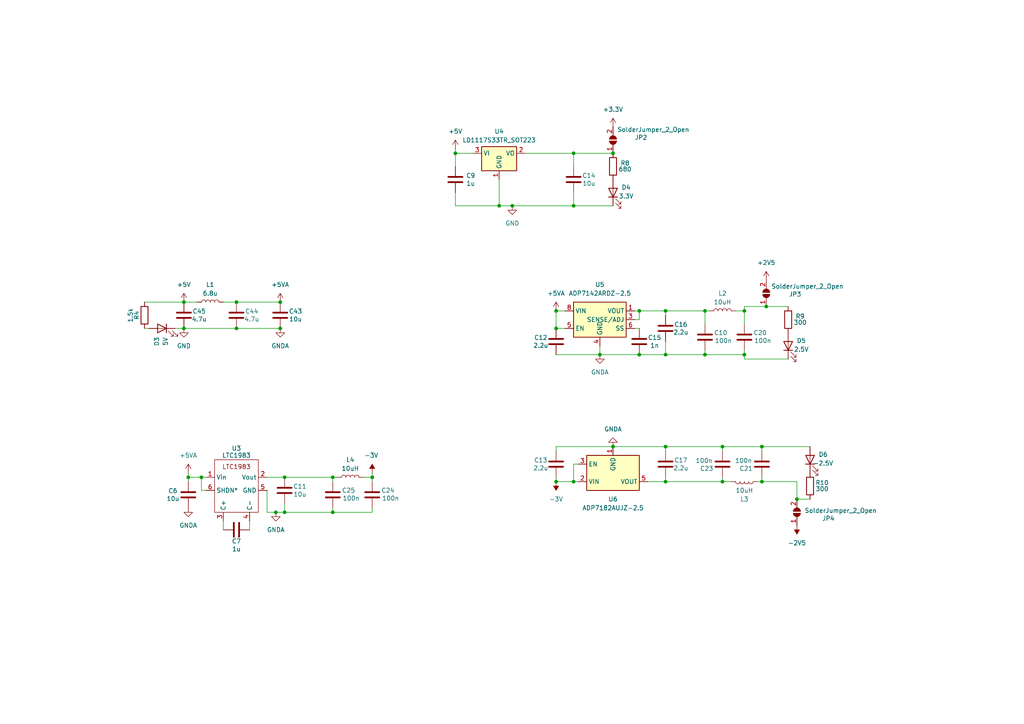
<source format=kicad_sch>
(kicad_sch (version 20231120) (generator "eeschema") (generator_version "8.0")
  (paper "A4")
  (lib_symbols
    (symbol "Device:C" (pin_numbers hide) (pin_names (offset 0.254))
      (property "Reference" "C" (at 0.635 2.54 0))
      (property "Value" "C" (at 0.635 -2.54 0))
      (symbol "C_0_1"
        (polyline (pts (xy -2.032 -0.762) (xy 2.032 -0.762)) (stroke (width 0.508)))
        (polyline (pts (xy -2.032 0.762) (xy 2.032 0.762)) (stroke (width 0.508)))
      )
      (symbol "C_1_1"
        (pin passive line (at 0 3.81 270) (length 2.794) (name "~") (number "1"))
        (pin passive line (at 0 -3.81 90) (length 2.794) (name "~") (number "2"))
      )
    )
    (symbol "Device:L" (pin_numbers hide) (pin_names (offset 1.016) hide)
      (property "Reference" "L" (at -1.27 0 90))
      (property "Value" "L" (at 1.905 0 90))
      (symbol "L_0_1"
        (arc (start 0 -2.54) (mid 0.6323 -1.905) (end 0 -1.27))
        (arc (start 0 -1.27) (mid 0.6323 -0.635) (end 0 0))
        (arc (start 0 0) (mid 0.6323 0.635) (end 0 1.27))
        (arc (start 0 1.27) (mid 0.6323 1.905) (end 0 2.54))
      )
      (symbol "L_1_1"
        (pin passive line (at 0 3.81 270) (length 1.27) (name "1") (number "1"))
        (pin passive line (at 0 -3.81 90) (length 1.27) (name "2") (number "2"))
      )
    )
    (symbol "Device:LED" (pin_numbers hide) (pin_names (offset 1.016) hide)
      (property "Reference" "D" (at 0 2.54 0))
      (property "Value" "LED" (at 0 -2.54 0))
      (symbol "LED_0_1"
        (polyline (pts (xy -1.27 -1.27) (xy -1.27 1.27)) (stroke (width 0.254)))
        (polyline (pts (xy -1.27 0) (xy 1.27 0)))
        (polyline (pts (xy 1.27 -1.27) (xy 1.27 1.27) (xy -1.27 0) (xy 1.27 -1.27)) (stroke (width 0.254)))
        (polyline (pts (xy -3.048 -0.762) (xy -4.572 -2.286) (xy -3.81 -2.286) (xy -4.572 -2.286) (xy -4.572 -1.524)))
        (polyline (pts (xy -1.778 -0.762) (xy -3.302 -2.286) (xy -2.54 -2.286) (xy -3.302 -2.286) (xy -3.302 -1.524)))
      )
      (symbol "LED_1_1"
        (pin passive line (at -3.81 0 0) (length 2.54) (name "K") (number "1"))
        (pin passive line (at 3.81 0 180) (length 2.54) (name "A") (number "2"))
      )
    )
    (symbol "Device:R" (pin_numbers hide) (pin_names (offset 0))
      (property "Reference" "R" (at 2.032 0 90))
      (property "Value" "R" (at 0 0 90))
      (symbol "R_0_1"
        (rectangle (start -1.016 -2.54) (end 1.016 2.54) (stroke (width 0.254)))
      )
      (symbol "R_1_1"
        (pin passive line (at 0 3.81 270) (length 1.27) (name "~") (number "1"))
        (pin passive line (at 0 -3.81 90) (length 1.27) (name "~") (number "2"))
      )
    )
    (symbol "Jumper:SolderJumper_2_Open" (pin_names (offset 0) hide)
      (property "Reference" "JP" (at 0 2.032 0))
      (property "Value" "SolderJumper_2_Open" (at 0 -2.54 0))
      (symbol "SolderJumper_2_Open_0_1"
        (arc (start -0.254 1.016) (mid -1.2656 0) (end -0.254 -1.016))
        (arc (start -0.254 1.016) (mid -1.2656 0) (end -0.254 -1.016) (fill (type outline)))
        (polyline (pts (xy -0.254 1.016) (xy -0.254 -1.016)))
        (polyline (pts (xy 0.254 1.016) (xy 0.254 -1.016)))
        (arc (start 0.254 -1.016) (mid 1.2656 0) (end 0.254 1.016))
        (arc (start 0.254 -1.016) (mid 1.2656 0) (end 0.254 1.016) (fill (type outline)))
      )
      (symbol "SolderJumper_2_Open_1_1"
        (pin passive line (at -3.81 0 0) (length 2.54) (name "A") (number "1"))
        (pin passive line (at 3.81 0 180) (length 2.54) (name "B") (number "2"))
      )
    )
    (symbol "Regulator_Linear:ADP7142ARDZ-2.5"
      (property "Reference" "U" (at 0 8.89 0))
      (property "Value" "ADP7142ARDZ-2.5" (at 0 6.35 0))
      (symbol "ADP7142ARDZ-2.5_0_1"
        (rectangle (start -7.62 5.08) (end 7.62 -5.08) (stroke (width 0.254)) (fill (type background)))
      )
      (symbol "ADP7142ARDZ-2.5_1_1"
        (pin power_out line (at 10.16 2.54 180) (length 2.54) (name "VOUT") (number "1"))
        (pin passive line (at 10.16 2.54 180) (length 2.54) hide (name "VOUT") (number "2"))
        (pin input line (at 10.16 0 180) (length 2.54) (name "SENSE/ADJ") (number "3"))
        (pin power_in line (at 0 -7.62 90) (length 2.54) (name "GND") (number "4"))
        (pin input line (at -10.16 -2.54 0) (length 2.54) (name "EN") (number "5"))
        (pin passive line (at 10.16 -2.54 180) (length 2.54) (name "SS") (number "6"))
        (pin passive line (at -10.16 2.54 0) (length 2.54) hide (name "VIN") (number "7"))
        (pin power_in line (at -10.16 2.54 0) (length 2.54) (name "VIN") (number "8"))
        (pin passive line (at 0 -7.62 90) (length 2.54) hide (name "GND") (number "9"))
      )
    )
    (symbol "Regulator_Linear:ADP7182AUJZ-2.5"
      (property "Reference" "U" (at 0 -7.62 0))
      (property "Value" "ADP7182AUJZ-2.5" (at 0 -6.35 0))
      (symbol "ADP7182AUJZ-2.5_0_1"
        (rectangle (start -7.62 5.08) (end 7.62 -5.08) (stroke (width 0.254)) (fill (type background)))
      )
      (symbol "ADP7182AUJZ-2.5_1_1"
        (pin power_in line (at 0 7.62 270) (length 2.54) (name "GND") (number "1"))
        (pin power_in line (at -10.16 -2.54 0) (length 2.54) (name "VIN") (number "2"))
        (pin input line (at -10.16 2.54 0) (length 2.54) (name "EN") (number "3"))
        (pin no_connect line (at 7.62 0 180) (length 2.54) hide (name "NC") (number "4"))
        (pin power_out line (at 10.16 -2.54 180) (length 2.54) (name "VOUT") (number "5"))
      )
    )
    (symbol "Regulator_Linear:LD1117S33TR_SOT223"
      (property "Reference" "U" (at -3.81 3.175 0))
      (property "Value" "LD1117S33TR_SOT223" (at 0 3.175 0))
      (symbol "LD1117S33TR_SOT223_0_1"
        (rectangle (start -5.08 -5.08) (end 5.08 1.905) (stroke (width 0.254)) (fill (type background)))
      )
      (symbol "LD1117S33TR_SOT223_1_1"
        (pin power_in line (at 0 -7.62 90) (length 2.54) (name "GND") (number "1"))
        (pin power_out line (at 7.62 0 180) (length 2.54) (name "VO") (number "2"))
        (pin power_in line (at -7.62 0 0) (length 2.54) (name "VI") (number "3"))
      )
    )
    (symbol "power:+2V5" (power) (pin_numbers hide) (pin_names (offset 0) hide)
      (property "Value" "+2V5" (at 0 3.556 0))
      (symbol "+2V5_0_1"
        (polyline (pts (xy -0.762 1.27) (xy 0 2.54)))
        (polyline (pts (xy 0 0) (xy 0 2.54)))
        (polyline (pts (xy 0 2.54) (xy 0.762 1.27)))
      )
      (symbol "+2V5_1_1"
        (pin power_in line (at 0 0 90) (length 0) (name "~") (number "1"))
      )
    )
    (symbol "power:+3.3V" (power) (pin_numbers hide) (pin_names (offset 0) hide)
      (property "Value" "+3.3V" (at 0 3.556 0))
      (symbol "+3.3V_0_1"
        (polyline (pts (xy -0.762 1.27) (xy 0 2.54)))
        (polyline (pts (xy 0 0) (xy 0 2.54)))
        (polyline (pts (xy 0 2.54) (xy 0.762 1.27)))
      )
      (symbol "+3.3V_1_1"
        (pin power_in line (at 0 0 90) (length 0) (name "~") (number "1"))
      )
    )
    (symbol "power:+5V" (power) (pin_numbers hide) (pin_names (offset 0) hide)
      (property "Value" "+5V" (at 0 3.556 0))
      (symbol "+5V_0_1"
        (polyline (pts (xy -0.762 1.27) (xy 0 2.54)))
        (polyline (pts (xy 0 0) (xy 0 2.54)))
        (polyline (pts (xy 0 2.54) (xy 0.762 1.27)))
      )
      (symbol "+5V_1_1"
        (pin power_in line (at 0 0 90) (length 0) (name "~") (number "1"))
      )
    )
    (symbol "power:+5VA" (power) (pin_numbers hide) (pin_names (offset 0) hide)
      (property "Value" "+5VA" (at 0 3.556 0))
      (symbol "+5VA_0_1"
        (polyline (pts (xy -0.762 1.27) (xy 0 2.54)))
        (polyline (pts (xy 0 0) (xy 0 2.54)))
        (polyline (pts (xy 0 2.54) (xy 0.762 1.27)))
      )
      (symbol "+5VA_1_1"
        (pin power_in line (at 0 0 90) (length 0) (name "~") (number "1"))
      )
    )
    (symbol "power:-2V5" (power) (pin_numbers hide) (pin_names (offset 0) hide)
      (property "Value" "-2V5" (at 0 3.556 0))
      (symbol "-2V5_0_0"
        (pin power_in line (at 0 0 90) (length 0) (name "~") (number "1"))
      )
      (symbol "-2V5_0_1"
        (polyline (pts (xy 0 0) (xy 0 1.27) (xy 0.762 1.27) (xy 0 2.54) (xy -0.762 1.27) (xy 0 1.27)) (fill (type outline)))
      )
    )
    (symbol "power:-3V3" (power) (pin_numbers hide) (pin_names (offset 0) hide)
      (property "Value" "-3V3" (at 0 3.556 0))
      (symbol "-3V3_0_0"
        (pin power_in line (at 0 0 90) (length 0) (name "~") (number "1"))
      )
      (symbol "-3V3_0_1"
        (polyline (pts (xy 0 0) (xy 0 1.27) (xy 0.762 1.27) (xy 0 2.54) (xy -0.762 1.27) (xy 0 1.27)) (fill (type outline)))
      )
    )
    (symbol "power:GND" (power) (pin_numbers hide) (pin_names (offset 0) hide)
      (property "Value" "GND" (at 0 -3.81 0))
      (symbol "GND_0_1"
        (polyline (pts (xy 0 0) (xy 0 -1.27) (xy 1.27 -1.27) (xy 0 -2.54) (xy -1.27 -1.27) (xy 0 -1.27)))
      )
      (symbol "GND_1_1"
        (pin power_in line (at 0 0 270) (length 0) (name "~") (number "1"))
      )
    )
    (symbol "power:GND1" (power) (pin_numbers hide) (pin_names (offset 0) hide)
      (property "Value" "GND1" (at 0 -3.81 0))
      (symbol "GND1_0_1"
        (polyline (pts (xy 0 0) (xy 0 -1.27) (xy 1.27 -1.27) (xy 0 -2.54) (xy -1.27 -1.27) (xy 0 -1.27)))
      )
      (symbol "GND1_1_1"
        (pin power_in line (at 0 0 270) (length 0) (name "~") (number "1"))
      )
    )
    (symbol "własna:LTC1983"
      (property "Reference" "U" (at 0 7.366 0))
      (symbol "LTC1983_1_1"
        (rectangle (start -6.35 6.35) (end 6.35 -8.89))
        (text "LTC1983" (at 0 4.318 0) (effects (font (size 1.27 1.27))))
        (pin power_in line (at -8.89 1.27 0) (length 2.54) (name "Vin") (number "1"))
        (pin power_out line (at 8.89 1.27 180) (length 2.54) (name "Vout") (number "2"))
        (pin input line (at -3.81 -11.43 90) (length 2.54) (name "C+") (number "3"))
        (pin input line (at 3.81 -11.43 90) (length 2.54) (name "C-") (number "4"))
        (pin input line (at 8.89 -2.54 180) (length 2.54) (name "GND") (number "5"))
        (pin input line (at -8.89 -2.54 0) (length 2.54) (name "SHDN*") (number "6"))
      )
    )
  )
  (junction (at 68.58 87.63))
  (junction (at 161.29 90.17))
  (junction (at 166.37 59.69))
  (junction (at 193.04 102.87))
  (junction (at 82.55 148.59))
  (junction (at 132.08 44.45))
  (junction (at 185.42 90.17))
  (junction (at 220.98 129.54))
  (junction (at 161.29 95.25))
  (junction (at 222.25 88.9))
  (junction (at 80.01 148.59))
  (junction (at 204.47 90.17))
  (junction (at 177.8 44.45))
  (junction (at 215.9 90.17))
  (junction (at 166.37 44.45))
  (junction (at 193.04 139.7))
  (junction (at 185.42 102.87))
  (junction (at 148.59 59.69))
  (junction (at 193.04 90.17))
  (junction (at 204.47 102.87))
  (junction (at 231.14 144.78))
  (junction (at 54.61 138.43))
  (junction (at 81.28 95.25))
  (junction (at 161.29 139.7))
  (junction (at 177.8 129.54))
  (junction (at 220.98 139.7))
  (junction (at 209.55 129.54))
  (junction (at 53.34 87.63))
  (junction (at 96.52 138.43))
  (junction (at 209.55 139.7))
  (junction (at 144.78 59.69))
  (junction (at 82.55 138.43))
  (junction (at 58.42 138.43))
  (junction (at 166.37 139.7))
  (junction (at 193.04 129.54))
  (junction (at 107.95 138.43))
  (junction (at 81.28 87.63))
  (junction (at 215.9 102.87))
  (junction (at 53.34 95.25))
  (junction (at 173.99 102.87))
  (junction (at 96.52 148.59))
  (junction (at 68.58 95.25))
  (wire (pts (xy 215.9 104.14) (xy 228.6 104.14)))
  (wire (pts (xy 96.52 147.32) (xy 96.52 148.59)))
  (wire (pts (xy 82.55 148.59) (xy 82.55 146.05)))
  (wire (pts (xy 231.14 144.78) (xy 234.95 144.78)))
  (wire (pts (xy 209.55 129.54) (xy 209.55 130.81)))
  (wire (pts (xy 80.01 148.59) (xy 82.55 148.59)))
  (wire (pts (xy 204.47 101.6) (xy 204.47 102.87)))
  (wire (pts (xy 220.98 139.7) (xy 231.14 139.7)))
  (wire (pts (xy 68.58 87.63) (xy 81.28 87.63)))
  (wire (pts (xy 215.9 102.87) (xy 215.9 101.6)))
  (wire (pts (xy 205.74 90.17) (xy 204.47 90.17)))
  (wire (pts (xy 166.37 44.45) (xy 177.8 44.45)))
  (wire (pts (xy 64.77 87.63) (xy 68.58 87.63)))
  (wire (pts (xy 105.41 138.43) (xy 107.95 138.43)))
  (wire (pts (xy 213.36 90.17) (xy 215.9 90.17)))
  (wire (pts (xy 220.98 129.54) (xy 234.95 129.54)))
  (wire (pts (xy 185.42 102.87) (xy 193.04 102.87)))
  (wire (pts (xy 82.55 138.43) (xy 96.52 138.43)))
  (wire (pts (xy 166.37 59.69) (xy 177.8 59.69)))
  (wire (pts (xy 161.29 102.87) (xy 173.99 102.87)))
  (wire (pts (xy 144.78 59.69) (xy 148.59 59.69)))
  (wire (pts (xy 184.15 92.71) (xy 185.42 92.71)))
  (wire (pts (xy 161.29 90.17) (xy 163.83 90.17)))
  (wire (pts (xy 220.98 139.7) (xy 220.98 138.43)))
  (wire (pts (xy 41.91 87.63) (xy 53.34 87.63)))
  (wire (pts (xy 152.4 44.45) (xy 166.37 44.45)))
  (wire (pts (xy 193.04 99.06) (xy 193.04 102.87)))
  (wire (pts (xy 107.95 138.43) (xy 107.95 139.7)))
  (wire (pts (xy 185.42 92.71) (xy 185.42 90.17)))
  (wire (pts (xy 231.14 139.7) (xy 231.14 144.78)))
  (wire (pts (xy 161.29 95.25) (xy 163.83 95.25)))
  (wire (pts (xy 59.69 142.24) (xy 58.42 142.24)))
  (wire (pts (xy 132.08 44.45) (xy 132.08 48.26)))
  (wire (pts (xy 185.42 90.17) (xy 193.04 90.17)))
  (wire (pts (xy 107.95 137.16) (xy 107.95 138.43)))
  (wire (pts (xy 187.96 139.7) (xy 193.04 139.7)))
  (wire (pts (xy 220.98 130.81) (xy 220.98 129.54)))
  (wire (pts (xy 209.55 129.54) (xy 220.98 129.54)))
  (wire (pts (xy 193.04 90.17) (xy 204.47 90.17)))
  (wire (pts (xy 173.99 102.87) (xy 173.99 100.33)))
  (wire (pts (xy 161.29 138.43) (xy 161.29 139.7)))
  (wire (pts (xy 167.64 134.62) (xy 166.37 134.62)))
  (wire (pts (xy 161.29 139.7) (xy 166.37 139.7)))
  (wire (pts (xy 144.78 52.07) (xy 144.78 59.69)))
  (wire (pts (xy 77.47 138.43) (xy 82.55 138.43)))
  (wire (pts (xy 161.29 95.25) (xy 161.29 90.17)))
  (wire (pts (xy 96.52 138.43) (xy 96.52 139.7)))
  (wire (pts (xy 166.37 48.26) (xy 166.37 44.45)))
  (wire (pts (xy 43.18 95.25) (xy 41.91 95.25)))
  (wire (pts (xy 58.42 142.24) (xy 58.42 138.43)))
  (wire (pts (xy 54.61 138.43) (xy 58.42 138.43)))
  (wire (pts (xy 193.04 139.7) (xy 209.55 139.7)))
  (wire (pts (xy 193.04 91.44) (xy 193.04 90.17)))
  (wire (pts (xy 193.04 129.54) (xy 209.55 129.54)))
  (wire (pts (xy 177.8 129.54) (xy 161.29 129.54)))
  (wire (pts (xy 54.61 137.16) (xy 54.61 138.43)))
  (wire (pts (xy 77.47 142.24) (xy 77.47 148.59)))
  (wire (pts (xy 53.34 87.63) (xy 57.15 87.63)))
  (wire (pts (xy 53.34 95.25) (xy 68.58 95.25)))
  (wire (pts (xy 58.42 138.43) (xy 59.69 138.43)))
  (wire (pts (xy 219.71 139.7) (xy 220.98 139.7)))
  (wire (pts (xy 166.37 139.7) (xy 167.64 139.7)))
  (wire (pts (xy 215.9 88.9) (xy 215.9 90.17)))
  (wire (pts (xy 166.37 134.62) (xy 166.37 139.7)))
  (wire (pts (xy 173.99 102.87) (xy 185.42 102.87)))
  (wire (pts (xy 204.47 90.17) (xy 204.47 93.98)))
  (wire (pts (xy 166.37 59.69) (xy 166.37 55.88)))
  (wire (pts (xy 132.08 44.45) (xy 137.16 44.45)))
  (wire (pts (xy 68.58 95.25) (xy 81.28 95.25)))
  (wire (pts (xy 209.55 139.7) (xy 209.55 138.43)))
  (wire (pts (xy 107.95 148.59) (xy 107.95 147.32)))
  (wire (pts (xy 184.15 90.17) (xy 185.42 90.17)))
  (wire (pts (xy 50.8 95.25) (xy 53.34 95.25)))
  (wire (pts (xy 204.47 102.87) (xy 193.04 102.87)))
  (wire (pts (xy 107.95 148.59) (xy 96.52 148.59)))
  (wire (pts (xy 148.59 59.69) (xy 166.37 59.69)))
  (wire (pts (xy 96.52 148.59) (xy 82.55 148.59)))
  (wire (pts (xy 193.04 130.81) (xy 193.04 129.54)))
  (wire (pts (xy 184.15 95.25) (xy 185.42 95.25)))
  (wire (pts (xy 54.61 139.7) (xy 54.61 138.43)))
  (wire (pts (xy 215.9 104.14) (xy 215.9 102.87)))
  (wire (pts (xy 132.08 55.88) (xy 132.08 59.69)))
  (wire (pts (xy 97.79 138.43) (xy 96.52 138.43)))
  (wire (pts (xy 132.08 59.69) (xy 144.78 59.69)))
  (wire (pts (xy 212.09 139.7) (xy 209.55 139.7)))
  (wire (pts (xy 72.39 151.13) (xy 72.39 153.67)))
  (wire (pts (xy 204.47 102.87) (xy 215.9 102.87)))
  (wire (pts (xy 215.9 88.9) (xy 222.25 88.9)))
  (wire (pts (xy 132.08 43.18) (xy 132.08 44.45)))
  (wire (pts (xy 193.04 138.43) (xy 193.04 139.7)))
  (wire (pts (xy 161.29 129.54) (xy 161.29 130.81)))
  (wire (pts (xy 77.47 148.59) (xy 80.01 148.59)))
  (wire (pts (xy 222.25 88.9) (xy 228.6 88.9)))
  (wire (pts (xy 215.9 90.17) (xy 215.9 93.98)))
  (wire (pts (xy 64.77 151.13) (xy 64.77 153.67)))
  (wire (pts (xy 193.04 129.54) (xy 177.8 129.54)))
  (symbol (lib_id "Device:C") (at 193.04 134.62 0) (unit 1)
    (property "Reference" "C17" (at 197.485 133.477 0))
    (property "Value" "2.2u" (at 197.485 135.763 0))
    (property "Footprint" "Capacitor_SMD:C_0805_2012Metric_Pad1.18x1.45mm_HandSolder" (effects (hide yes)))
    (property "Description" "Unpolarized capacitor" (effects (hide yes)))
  )
  (symbol (lib_id "power:-3V3") (at 107.95 137.16 0) (unit 1)
    (property "Reference" "#PWR021" (effects (hide yes)))
    (property "Value" "-3V" (at 107.696 132.08 0))
    (property "Description" "Power symbol creates a global label with name \"-3V3\"" (effects (hide yes)))
  )
  (symbol (lib_id "własna:LTC1983") (at 68.58 139.7 0) (unit 1)
    (property "Reference" "U3" (at 68.58 130.048 0))
    (property "Value" "LTC1983" (at 68.58 132.08 0))
    (property "Footprint" "Package_TO_SOT_SMD:SOT-23-6_Handsoldering" (effects (hide yes)))
  )
  (symbol (lib_id "Device:C") (at 81.28 91.44 0) (unit 1)
    (property "Reference" "C43" (at 85.725 90.297 0))
    (property "Value" "10u" (at 85.725 92.583 0))
    (property "Footprint" "Capacitor_SMD:C_0805_2012Metric_Pad1.18x1.45mm_HandSolder" (effects (hide yes)))
    (property "Description" "Unpolarized capacitor" (effects (hide yes)))
  )
  (symbol (lib_id "power:+5V") (at 132.08 43.18 0) (unit 1)
    (property "Reference" "#PWR018" (effects (hide yes)))
    (property "Value" "+5V" (at 132.08 38.1 0))
    (property "Description" "Power symbol creates a global label with name \"+5V\"" (effects (hide yes)))
  )
  (symbol (lib_id "Device:LED") (at 234.95 133.35 90) (unit 1)
    (property "Reference" "D6" (at 238.76 131.826 90))
    (property "Value" "-2.5V" (at 238.76 134.366 90))
    (property "Footprint" "LED_SMD:LED_miniPLCC_2315_Handsoldering" (effects (hide yes)))
    (property "Description" "Light emitting diode" (effects (hide yes)))
  )
  (symbol (lib_id "power:+5VA") (at 161.29 90.17 0) (unit 1)
    (property "Reference" "#PWR023" (effects (hide yes)))
    (property "Value" "+5VA" (at 161.29 85.09 0))
    (property "Description" "Power symbol creates a global label with name \"+5VA\"" (effects (hide yes)))
  )
  (symbol (lib_id "Device:LED") (at 177.8 55.88 90) (unit 1)
    (property "Reference" "D4" (at 181.61 54.356 90))
    (property "Value" "3.3V" (at 181.61 56.896 90))
    (property "Footprint" "LED_SMD:LED_miniPLCC_2315_Handsoldering" (effects (hide yes)))
    (property "Description" "Light emitting diode" (effects (hide yes)))
  )
  (symbol (lib_id "Jumper:SolderJumper_2_Open") (at 222.25 85.09 90) (unit 1)
    (property "Reference" "JP3" (at 230.632 85.344 90))
    (property "Value" "SolderJumper_2_Open" (at 234.188 83.058 90))
    (property "Footprint" "Jumper:SolderJumper-2_P1.3mm_Open_TrianglePad1.0x1.5mm" (effects (hide yes)))
    (property "Description" "Solder Jumper, 2-pole, open" (effects (hide yes)))
  )
  (symbol (lib_id "Device:C") (at 54.61 143.51 0) (mirror y) (unit 1)
    (property "Reference" "C6" (at 50.165 142.367 0))
    (property "Value" "10u" (at 50.165 144.653 0))
    (property "Footprint" "Capacitor_SMD:C_0805_2012Metric_Pad1.18x1.45mm_HandSolder" (effects (hide yes)))
    (property "Description" "Unpolarized capacitor" (effects (hide yes)))
  )
  (symbol (lib_id "Device:C") (at 68.58 91.44 0) (unit 1)
    (property "Reference" "C44" (at 73.025 90.297 0))
    (property "Value" "4.7u" (at 73.025 92.583 0))
    (property "Footprint" "Capacitor_SMD:C_0805_2012Metric_Pad1.18x1.45mm_HandSolder" (effects (hide yes)))
    (property "Description" "Unpolarized capacitor" (effects (hide yes)))
  )
  (symbol (lib_id "power:GND1") (at 81.28 95.25 0) (unit 1)
    (property "Reference" "#PWR020" (effects (hide yes)))
    (property "Value" "GNDA" (at 81.28 100.33 0))
    (property "Description" "Power symbol creates a global label with name \"GND1\" , ground" (effects (hide yes)))
  )
  (symbol (lib_id "power:+5VA") (at 54.61 137.16 0) (unit 1)
    (property "Reference" "#PWR015" (effects (hide yes)))
    (property "Value" "+5VA" (at 54.61 132.08 0))
    (property "Description" "Power symbol creates a global label with name \"+5VA\"" (effects (hide yes)))
  )
  (symbol (lib_id "power:GND1") (at 54.61 147.32 0) (unit 1)
    (property "Reference" "#PWR016" (effects (hide yes)))
    (property "Value" "GNDA" (at 54.61 152.4 0))
    (property "Description" "Power symbol creates a global label with name \"GND1\" , ground" (effects (hide yes)))
  )
  (symbol (lib_id "power:GND1") (at 80.01 148.59 0) (unit 1)
    (property "Reference" "#PWR017" (effects (hide yes)))
    (property "Value" "GNDA" (at 80.01 153.67 0))
    (property "Description" "Power symbol creates a global label with name \"GND1\" , ground" (effects (hide yes)))
  )
  (symbol (lib_id "Device:R") (at 234.95 140.97 180) (unit 1)
    (property "Reference" "R10" (at 238.4425 140.0175 0))
    (property "Value" "300" (at 238.4425 141.7955 0))
    (property "Footprint" "Resistor_SMD:R_0805_2012Metric_Pad1.20x1.40mm_HandSolder" (effects (hide yes)))
    (property "Description" "Resistor" (effects (hide yes)))
  )
  (symbol (lib_id "Device:L") (at 209.55 90.17 90) (unit 1)
    (property "Reference" "L2" (at 209.55 85.09 90))
    (property "Value" "10uH" (at 209.55 87.63 90))
    (property "Footprint" "Inductor_SMD:L_1210_3225Metric_Pad1.42x2.65mm_HandSolder" (effects (hide yes)))
    (property "Description" "Inductor" (effects (hide yes)))
  )
  (symbol (lib_id "Device:L") (at 215.9 139.7 270) (unit 1)
    (property "Reference" "L3" (at 215.9 144.78 90))
    (property "Value" "10uH" (at 215.9 142.24 90))
    (property "Footprint" "Inductor_SMD:L_1210_3225Metric_Pad1.42x2.65mm_HandSolder" (effects (hide yes)))
    (property "Description" "Inductor" (effects (hide yes)))
  )
  (symbol (lib_id "Device:C") (at 107.95 143.51 180) (unit 1)
    (property "Reference" "C24" (at 112.522 142.24 0))
    (property "Value" "100n" (at 113.284 144.526 0))
    (property "Footprint" "Capacitor_SMD:C_0805_2012Metric_Pad1.18x1.45mm_HandSolder" (effects (hide yes)))
    (property "Description" "Unpolarized capacitor" (effects (hide yes)))
  )
  (symbol (lib_id "Device:C") (at 132.08 52.07 0) (unit 1)
    (property "Reference" "C9" (at 136.525 50.927 0))
    (property "Value" "1u" (at 136.525 53.213 0))
    (property "Footprint" "Capacitor_SMD:C_0805_2012Metric_Pad1.18x1.45mm_HandSolder" (effects (hide yes)))
    (property "Description" "Unpolarized capacitor" (effects (hide yes)))
  )
  (symbol (lib_id "Device:R") (at 41.91 91.44 0) (mirror x) (unit 1)
    (property "Reference" "R4" (at 39.624 91.44 90))
    (property "Value" "1.5k" (at 37.846 91.44 90))
    (property "Footprint" "Resistor_SMD:R_0805_2012Metric_Pad1.20x1.40mm_HandSolder" (effects (hide yes)))
    (property "Description" "Resistor" (effects (hide yes)))
  )
  (symbol (lib_id "Device:R") (at 228.6 92.71 180) (unit 1)
    (property "Reference" "R9" (at 232.0925 91.7575 0))
    (property "Value" "300" (at 232.0925 93.5355 0))
    (property "Footprint" "Resistor_SMD:R_0805_2012Metric_Pad1.20x1.40mm_HandSolder" (effects (hide yes)))
    (property "Description" "Resistor" (effects (hide yes)))
  )
  (symbol (lib_id "Jumper:SolderJumper_2_Open") (at 231.14 148.59 90) (unit 1)
    (property "Reference" "JP4" (at 240.284 150.368 90))
    (property "Value" "SolderJumper_2_Open" (at 243.84 148.082 90))
    (property "Footprint" "Jumper:SolderJumper-2_P1.3mm_Open_TrianglePad1.0x1.5mm" (effects (hide yes)))
    (property "Description" "Solder Jumper, 2-pole, open" (effects (hide yes)))
  )
  (symbol (lib_id "power:+2V5") (at 222.25 81.28 0) (unit 1)
    (property "Reference" "#PWR028" (effects (hide yes)))
    (property "Value" "+2V5" (at 222.25 76.2 0))
    (property "Description" "Power symbol creates a global label with name \"+2V5\"" (effects (hide yes)))
  )
  (symbol (lib_id "Device:C") (at 185.42 99.06 0) (unit 1)
    (property "Reference" "C15" (at 189.865 97.917 0))
    (property "Value" "1n" (at 189.865 100.203 0))
    (property "Footprint" "Capacitor_SMD:C_0805_2012Metric_Pad1.18x1.45mm_HandSolder" (effects (hide yes)))
    (property "Description" "Unpolarized capacitor" (effects (hide yes)))
  )
  (symbol (lib_id "power:GND1") (at 173.99 102.87 0) (unit 1)
    (property "Reference" "#PWR026" (effects (hide yes)))
    (property "Value" "GNDA" (at 173.99 107.95 0))
    (property "Description" "Power symbol creates a global label with name \"GND1\" , ground" (effects (hide yes)))
  )
  (symbol (lib_id "power:+5VA") (at 81.28 87.63 0) (unit 1)
    (property "Reference" "#PWR019" (effects (hide yes)))
    (property "Value" "+5VA" (at 81.28 82.55 0))
    (property "Description" "Power symbol creates a global label with name \"+5VA\"" (effects (hide yes)))
  )
  (symbol (lib_id "Device:C") (at 220.98 134.62 0) (unit 1)
    (property "Reference" "C21" (at 216.408 135.89 0))
    (property "Value" "100n" (at 215.646 133.604 0))
    (property "Footprint" "Capacitor_SMD:C_0805_2012Metric_Pad1.18x1.45mm_HandSolder" (effects (hide yes)))
    (property "Description" "Unpolarized capacitor" (effects (hide yes)))
  )
  (symbol (lib_id "Device:C") (at 215.9 97.79 180) (unit 1)
    (property "Reference" "C20" (at 220.472 96.52 0))
    (property "Value" "100n" (at 221.234 98.806 0))
    (property "Footprint" "Capacitor_SMD:C_0805_2012Metric_Pad1.18x1.45mm_HandSolder" (effects (hide yes)))
    (property "Description" "Unpolarized capacitor" (effects (hide yes)))
  )
  (symbol (lib_id "Device:C") (at 193.04 95.25 0) (unit 1)
    (property "Reference" "C16" (at 197.485 94.107 0))
    (property "Value" "2.2u" (at 197.485 96.393 0))
    (property "Footprint" "Capacitor_SMD:C_0805_2012Metric_Pad1.18x1.45mm_HandSolder" (effects (hide yes)))
    (property "Description" "Unpolarized capacitor" (effects (hide yes)))
  )
  (symbol (lib_id "power:+3.3V") (at 177.8 36.83 0) (unit 1)
    (property "Reference" "#PWR025" (effects (hide yes)))
    (property "Value" "+3.3V" (at 177.8 31.75 0))
    (property "Description" "Power symbol creates a global label with name \"+3.3V\"" (effects (hide yes)))
  )
  (symbol (lib_id "Device:C") (at 204.47 97.79 180) (unit 1)
    (property "Reference" "C10" (at 209.042 96.52 0))
    (property "Value" "100n" (at 209.804 98.806 0))
    (property "Footprint" "Capacitor_SMD:C_0805_2012Metric_Pad1.18x1.45mm_HandSolder" (effects (hide yes)))
    (property "Description" "Unpolarized capacitor" (effects (hide yes)))
  )
  (symbol (lib_id "Device:C") (at 161.29 99.06 0) (mirror y) (unit 1)
    (property "Reference" "C12" (at 156.845 97.917 0))
    (property "Value" "2.2u" (at 156.845 100.203 0))
    (property "Footprint" "Capacitor_SMD:C_0805_2012Metric_Pad1.18x1.45mm_HandSolder" (effects (hide yes)))
    (property "Description" "Unpolarized capacitor" (effects (hide yes)))
  )
  (symbol (lib_id "power:GND") (at 148.59 59.69 0) (unit 1)
    (property "Reference" "#PWR022" (effects (hide yes)))
    (property "Value" "GND" (at 148.59 64.77 0))
    (property "Description" "Power symbol creates a global label with name \"GND\" , ground" (effects (hide yes)))
  )
  (symbol (lib_id "power:+5V") (at 53.34 87.63 0) (unit 1)
    (property "Reference" "#PWR013" (effects (hide yes)))
    (property "Value" "+5V" (at 53.34 82.55 0))
    (property "Description" "Power symbol creates a global label with name \"+5V\"" (effects (hide yes)))
  )
  (symbol (lib_id "Device:C") (at 53.34 91.44 0) (unit 1)
    (property "Reference" "C45" (at 57.785 90.297 0))
    (property "Value" "4.7u" (at 57.785 92.583 0))
    (property "Footprint" "Capacitor_SMD:C_0805_2012Metric_Pad1.18x1.45mm_HandSolder" (effects (hide yes)))
    (property "Description" "Unpolarized capacitor" (effects (hide yes)))
  )
  (symbol (lib_id "Device:L") (at 101.6 138.43 90) (unit 1)
    (property "Reference" "L4" (at 101.6 133.35 90))
    (property "Value" "10uH" (at 101.6 135.89 90))
    (property "Footprint" "Inductor_SMD:L_1210_3225Metric_Pad1.42x2.65mm_HandSolder" (effects (hide yes)))
    (property "Description" "Inductor" (effects (hide yes)))
  )
  (symbol (lib_id "Device:C") (at 96.52 143.51 180) (unit 1)
    (property "Reference" "C25" (at 101.092 142.24 0))
    (property "Value" "100n" (at 101.854 144.526 0))
    (property "Footprint" "Capacitor_SMD:C_0805_2012Metric_Pad1.18x1.45mm_HandSolder" (effects (hide yes)))
    (property "Description" "Unpolarized capacitor" (effects (hide yes)))
  )
  (symbol (lib_id "Device:C") (at 82.55 142.24 0) (unit 1)
    (property "Reference" "C11" (at 86.995 141.097 0))
    (property "Value" "10u" (at 86.995 143.383 0))
    (property "Footprint" "Capacitor_SMD:C_0805_2012Metric_Pad1.18x1.45mm_HandSolder" (effects (hide yes)))
    (property "Description" "Unpolarized capacitor" (effects (hide yes)))
  )
  (symbol (lib_id "Regulator_Linear:ADP7182AUJZ-2.5") (at 177.8 137.16 0) (unit 1)
    (property "Reference" "U6" (at 177.8 144.78 0))
    (property "Value" "ADP7182AUJZ-2.5" (at 177.8 147.32 0))
    (property "Footprint" "Package_TO_SOT_SMD:TSOT-23-5" (effects (hide yes)))
    (property "Datasheet" "https://www.analog.com/media/en/technical-documentation/data-sheets/ADP7182.pdf" (effects (hide yes)))
    (property "Description" "200mA, Low Noise, CMOS Low Dropout Regulator, Negative, -2.5V Fixed Output, TSOT-23-5" (effects (hide yes)))
  )
  (symbol (lib_id "power:-3V3") (at 161.29 139.7 180) (unit 1)
    (property "Reference" "#PWR024" (effects (hide yes)))
    (property "Value" "-3V" (at 161.29 144.78 0))
    (property "Description" "Power symbol creates a global label with name \"-3V3\"" (effects (hide yes)))
  )
  (symbol (lib_id "Jumper:SolderJumper_2_Open") (at 177.8 40.64 90) (unit 1)
    (property "Reference" "JP2" (at 185.928 39.878 90))
    (property "Value" "SolderJumper_2_Open" (at 189.484 37.592 90))
    (property "Footprint" "Jumper:SolderJumper-2_P1.3mm_Open_TrianglePad1.0x1.5mm" (effects (hide yes)))
    (property "Description" "Solder Jumper, 2-pole, open" (effects (hide yes)))
  )
  (symbol (lib_id "Regulator_Linear:LD1117S33TR_SOT223") (at 144.78 44.45 0) (unit 1)
    (property "Reference" "U4" (at 144.78 38.1 0))
    (property "Value" "LD1117S33TR_SOT223" (at 144.78 40.64 0))
    (property "Footprint" "Package_TO_SOT_SMD:SOT-223-3_TabPin2" (effects (hide yes)))
    (property "Datasheet" "http://www.st.com/st-web-ui/static/active/en/resource/technical/document/datasheet/CD00000544.pdf" (effects (hide yes)))
    (property "Description" "800mA Fixed Low Drop Positive Voltage Regulator, Fixed Output 3.3V, SOT-223" (effects (hide yes)))
  )
  (symbol (lib_id "Regulator_Linear:ADP7142ARDZ-2.5") (at 173.99 92.71 0) (unit 1)
    (property "Reference" "U5" (at 173.99 82.55 0))
    (property "Value" "ADP7142ARDZ-2.5" (at 173.99 85.09 0))
    (property "Footprint" "Package_SO:SOIC-8-1EP_3.9x4.9mm_P1.27mm_EP2.29x3mm" (effects (hide yes)))
    (property "Datasheet" "https://www.analog.com/media/en/technical-documentation/data-sheets/ADP7142.pdf" (effects (hide yes)))
    (property "Description" "200mA, Low Noise, CMOS Low Dropout Regulator, Positive, 2.5V Fixed Output, SOIC-8" (effects (hide yes)))
  )
  (symbol (lib_id "Device:L") (at 60.96 87.63 90) (unit 1)
    (property "Reference" "L1" (at 60.96 82.55 90))
    (property "Value" "6.8u" (at 60.96 85.09 90))
    (property "Footprint" "Inductor_SMD:L_Wuerth_WE-PD2-Typ-MS" (effects (hide yes)))
    (property "Description" "Inductor" (effects (hide yes)))
  )
  (symbol (lib_id "power:GND1") (at 177.8 129.54 180) (unit 1)
    (property "Reference" "#PWR027" (effects (hide yes)))
    (property "Value" "GNDA" (at 177.8 124.46 0))
    (property "Description" "Power symbol creates a global label with name \"GND1\" , ground" (effects (hide yes)))
  )
  (symbol (lib_id "Device:C") (at 161.29 134.62 0) (mirror y) (unit 1)
    (property "Reference" "C13" (at 156.845 133.477 0))
    (property "Value" "2.2u" (at 156.845 135.763 0))
    (property "Footprint" "Capacitor_SMD:C_0805_2012Metric_Pad1.18x1.45mm_HandSolder" (effects (hide yes)))
    (property "Description" "Unpolarized capacitor" (effects (hide yes)))
  )
  (symbol (lib_id "Device:LED") (at 228.6 100.33 90) (unit 1)
    (property "Reference" "D5" (at 232.41 98.806 90))
    (property "Value" "2.5V" (at 232.41 101.346 90))
    (property "Footprint" "LED_SMD:LED_miniPLCC_2315_Handsoldering" (effects (hide yes)))
    (property "Description" "Light emitting diode" (effects (hide yes)))
  )
  (symbol (lib_id "power:GND") (at 53.34 95.25 0) (unit 1)
    (property "Reference" "#PWR014" (effects (hide yes)))
    (property "Value" "GND" (at 53.34 100.33 0))
    (property "Description" "Power symbol creates a global label with name \"GND\" , ground" (effects (hide yes)))
  )
  (symbol (lib_id "Device:R") (at 177.8 48.26 180) (unit 1)
    (property "Reference" "R8" (at 181.2925 47.3075 0))
    (property "Value" "680" (at 181.2925 49.0855 0))
    (property "Footprint" "Resistor_SMD:R_0805_2012Metric_Pad1.20x1.40mm_HandSolder" (effects (hide yes)))
    (property "Description" "Resistor" (effects (hide yes)))
  )
  (symbol (lib_id "Device:C") (at 209.55 134.62 0) (unit 1)
    (property "Reference" "C23" (at 204.978 135.89 0))
    (property "Value" "100n" (at 204.216 133.604 0))
    (property "Footprint" "Capacitor_SMD:C_0805_2012Metric_Pad1.18x1.45mm_HandSolder" (effects (hide yes)))
    (property "Description" "Unpolarized capacitor" (effects (hide yes)))
  )
  (symbol (lib_id "power:-2V5") (at 231.14 152.4 180) (unit 1)
    (property "Reference" "#PWR029" (effects (hide yes)))
    (property "Value" "-2V5" (at 231.14 157.48 0))
    (property "Description" "Power symbol creates a global label with name \"-2V5\"" (effects (hide yes)))
  )
  (symbol (lib_id "Device:C") (at 68.58 153.67 270) (unit 1)
    (property "Reference" "C7" (at 68.58 156.972 90))
    (property "Value" "1u" (at 68.58 159.258 90))
    (property "Footprint" "Capacitor_SMD:C_0805_2012Metric_Pad1.18x1.45mm_HandSolder" (effects (hide yes)))
    (property "Description" "Unpolarized capacitor" (effects (hide yes)))
  )
  (symbol (lib_id "Device:C") (at 166.37 52.07 0) (unit 1)
    (property "Reference" "C14" (at 170.815 50.927 0))
    (property "Value" "10u" (at 170.815 53.213 0))
    (property "Footprint" "Capacitor_SMD:C_0805_2012Metric_Pad1.18x1.45mm_HandSolder" (effects (hide yes)))
    (property "Description" "Unpolarized capacitor" (effects (hide yes)))
  )
  (symbol (lib_id "Device:LED") (at 46.99 95.25 0) (mirror y) (unit 1)
    (property "Reference" "D3" (at 45.466 99.06 90))
    (property "Value" "5V" (at 48.006 99.06 90))
    (property "Footprint" "LED_SMD:LED_miniPLCC_2315_Handsoldering" (effects (hide yes)))
    (property "Description" "Light emitting diode" (effects (hide yes)))
  )
)
</source>
